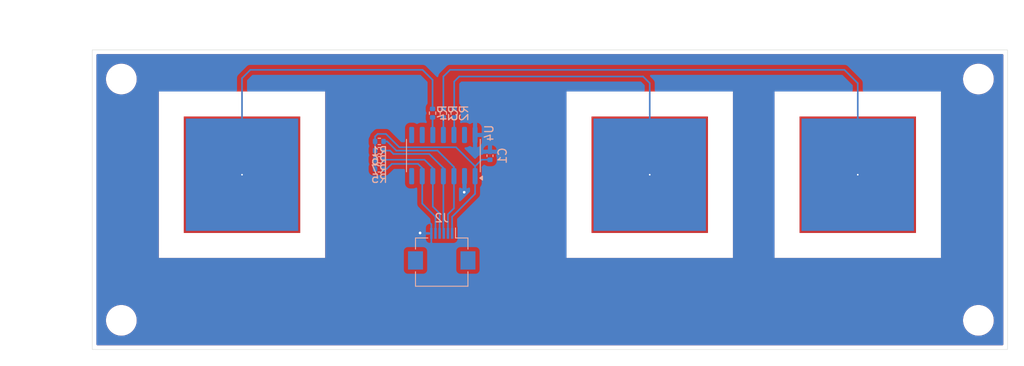
<source format=kicad_pcb>
(kicad_pcb (version 20240108) (generator "pcbnew") (generator_version "8.0")
  (layers (0 "F.Cu" signal) (31 "B.Cu" signal) (34 "B.Paste" user) (35 "F.Paste" user) (36 "B.SilkS" user "B.Silkscreen") (37 "F.SilkS" user "F.Silkscreen") (38 "B.Mask" user) (39 "F.Mask" user) (44 "Edge.Cuts" user))
  (net 0 "")
  (net 1 "GND")
  (net 2 "+3V3")
  (net 3 "/SCL")
  (net 4 "/CHG")
  (net 5 "/SDA")
  (net 6 "/RES")
  (net 7 "Net-(U4-KEY1)")
  (net 8 "Net-(U2-PAD)")
  (net 9 "Net-(U3-PAD)")
  (net 10 "Net-(U4-KEY2)")
  (net 11 "Net-(U1-PAD)")
  (net 12 "Net-(U4-KEY3)")
  (footprint "MountingHole:MountingHole_3.2mm_M3" (layer "F.Cu") (at 103.5 67.5)
    (property "Reference" "H4" (hide yes))
    (property "Value" "MountingHole")
    (pad "" np_thru_hole circle (at 0 0) (size 3.2 3.2) (drill 3.2) (layers "*.Cu" "*.Mask"))
  )
  (footprint "cap_pads:square_20x20mm" (layer "F.Cu") (at 118 79 180)
    (property "Reference" "U1" (hide yes))
    (property "Value" "~")
    (pad "" np_thru_hole circle (at 0 0 180) (size 0.5 0.5) (drill 0.2) (layers "F&B.Cu"))
    (pad "1" smd rect (at 0 0 180) (size 13.5 13.5) (layers "B.Cu") (net 11 "Net-(U1-PAD)"))
    (pad "1" smd rect (at 0 0 180) (size 14 14) (layers "F.Cu" "F.Mask") (net 11 "Net-(U1-PAD)"))
    (zone (net 0) (net_name "") (layers "F&B.Cu") (connect_pads (clearance 0)) (min_thickness 0.25)
      (keepout (tracks allowed) (vias allowed) (pads allowed) (copperpour not_allowed) (footprints allowed))
      (fill (thermal_gap 0.5) (thermal_bridge_width 0.5))
      (polygon (pts (xy 128 89) (xy 128 69) (xy 108 69) (xy 108 89)))
    )
  )
  (footprint "cap_pads:square_20x20mm" (layer "F.Cu") (at 167 79 180)
    (property "Reference" "U2" (hide yes))
    (property "Value" "~")
    (pad "" np_thru_hole circle (at 0 0 180) (size 0.5 0.5) (drill 0.2) (layers "F&B.Cu"))
    (pad "1" smd rect (at 0 0 180) (size 13.5 13.5) (layers "B.Cu") (net 8 "Net-(U2-PAD)"))
    (pad "1" smd rect (at 0 0 180) (size 14 14) (layers "F.Cu" "F.Mask") (net 8 "Net-(U2-PAD)"))
    (zone (net 0) (net_name "") (layers "F&B.Cu") (connect_pads (clearance 0)) (min_thickness 0.25)
      (keepout (tracks allowed) (vias allowed) (pads allowed) (copperpour not_allowed) (footprints allowed))
      (fill (thermal_gap 0.5) (thermal_bridge_width 0.5))
      (polygon (pts (xy 177 89) (xy 177 69) (xy 157 69) (xy 157 89)))
    )
  )
  (footprint "cap_pads:square_20x20mm" (layer "F.Cu") (at 192 79 180)
    (property "Reference" "U3" (hide yes))
    (property "Value" "~")
    (pad "" np_thru_hole circle (at 0 0 180) (size 0.5 0.5) (drill 0.2) (layers "F&B.Cu"))
    (pad "1" smd rect (at 0 0 180) (size 13.5 13.5) (layers "B.Cu") (net 9 "Net-(U3-PAD)"))
    (pad "1" smd rect (at 0 0 180) (size 14 14) (layers "F.Cu" "F.Mask") (net 9 "Net-(U3-PAD)"))
    (zone (net 0) (net_name "") (layers "F&B.Cu") (connect_pads (clearance 0)) (min_thickness 0.25)
      (keepout (tracks allowed) (vias allowed) (pads allowed) (copperpour not_allowed) (footprints allowed))
      (fill (thermal_gap 0.5) (thermal_bridge_width 0.5))
      (polygon (pts (xy 202 89) (xy 202 69) (xy 182 69) (xy 182 89)))
    )
  )
  (footprint "MountingHole:MountingHole_3.2mm_M3" (layer "F.Cu") (at 206.5 67.5)
    (property "Reference" "H1" (hide yes))
    (property "Value" "MountingHole")
    (pad "" np_thru_hole circle (at 0 0) (size 3.2 3.2) (drill 3.2) (layers "*.Cu" "*.Mask"))
  )
  (footprint "MountingHole:MountingHole_3.2mm_M3" (layer "F.Cu") (at 206.5 96.5)
    (property "Reference" "H2" (hide yes))
    (property "Value" "MountingHole")
    (pad "" np_thru_hole circle (at 0 0) (size 3.2 3.2) (drill 3.2) (layers "*.Cu" "*.Mask"))
  )
  (footprint "MountingHole:MountingHole_3.2mm_M3" (layer "F.Cu") (at 103.5 96.5)
    (property "Reference" "H3" (hide yes))
    (property "Value" "MountingHole")
    (pad "" np_thru_hole circle (at 0 0) (size 3.2 3.2) (drill 3.2) (layers "*.Cu" "*.Mask"))
  )
  (footprint "Resistor_SMD:R_0402_1005Metric" (layer "B.Cu") (at 134.5 78.3)
    (property "Reference" "R5" (at 0 1.17 360) (layer "B.SilkS") (effects (justify mirror)))
    (property "Value" "4.7k")
    (fp_line (start 0.153641 -0.38) (end -0.153641 -0.38) (stroke (width 0.12)) (layer "B.SilkS"))
    (fp_line (start 0.153641 0.38) (end -0.153641 0.38) (stroke (width 0.12)) (layer "B.SilkS"))
    (pad "1" smd roundrect (at -0.51 0) (size 0.54 0.64) (layers "B.Cu" "B.Paste" "B.Mask") (net 2 "+3V3"))
    (pad "2" smd roundrect (at 0.51 0) (size 0.54 0.64) (layers "B.Cu" "B.Paste" "B.Mask") (net 3 "/SCL"))
  )
  (footprint "Resistor_SMD:R_0402_1005Metric" (layer "B.Cu") (at 140.9 71.6 90)
    (property "Reference" "R4" (at 0 1.17 90) (layer "B.SilkS") (effects (justify mirror)))
    (property "Value" "10k")
    (fp_line (start 0.153641 -0.38) (end -0.153641 -0.38) (stroke (width 0.12)) (layer "B.SilkS"))
    (fp_line (start 0.153641 0.38) (end -0.153641 0.38) (stroke (width 0.12)) (layer "B.SilkS"))
    (pad "1" smd roundrect (at -0.51 0 90) (size 0.54 0.64) (layers "B.Cu" "B.Paste" "B.Mask") (net 12 "Net-(U4-KEY3)"))
    (pad "2" smd roundrect (at 0.51 0 90) (size 0.54 0.64) (layers "B.Cu" "B.Paste" "B.Mask") (net 11 "Net-(U1-PAD)"))
  )
  (footprint "Package_SO:SOIC-14_3.9x8.7mm_P1.27mm" (layer "B.Cu") (at 142.2 76.7 90)
    (property "Reference" "U4" (at 2.7 5.5 90) (layer "B.SilkS") (effects (justify mirror)))
    (property "Value" "AT42QT1070-S")
    (fp_line (start 1.95 -4.435) (end 0 -4.435) (stroke (width 0.12)) (layer "B.SilkS"))
    (fp_line (start -1.95 -4.435) (end 0 -4.435) (stroke (width 0.12)) (layer "B.SilkS"))
    (fp_line (start 1.95 4.435) (end 0 4.435) (stroke (width 0.12)) (layer "B.SilkS"))
    (fp_line (start -1.95 4.435) (end 0 4.435) (stroke (width 0.12)) (layer "B.SilkS"))
    (fp_poly (pts (xy -2.7 4.37) (xy -2.94 4.7) (xy -2.46 4.7) (xy -2.7 4.37)) (stroke (width 0.12)) (fill solid) (layer "B.SilkS"))
    (pad "1" smd roundrect (at -2.475 3.81 90) (size 1.95 0.6) (layers "B.Cu" "B.Paste" "B.Mask") (net 2 "+3V3"))
    (pad "2" smd roundrect (at -2.475 2.54 90) (size 1.95 0.6) (layers "B.Cu" "B.Paste" "B.Mask") (net 1 "GND"))
    (pad "3" smd roundrect (at -2.475 1.27 90) (size 1.95 0.6) (layers "B.Cu" "B.Paste" "B.Mask") (net 5 "/SDA"))
    (pad "4" smd roundrect (at -2.475 0 90) (size 1.95 0.6) (layers "B.Cu" "B.Paste" "B.Mask") (net 6 "/RES"))
    (pad "5" smd roundrect (at -2.475 -1.27 90) (size 1.95 0.6) (layers "B.Cu" "B.Paste" "B.Mask") (net 4 "/CHG"))
    (pad "6" smd roundrect (at -2.475 -2.54 90) (size 1.95 0.6) (layers "B.Cu" "B.Paste" "B.Mask") (net 3 "/SCL"))
    (pad "7" smd roundrect (at -2.475 -3.81 90) (size 1.95 0.6) (layers "B.Cu" "B.Paste" "B.Mask"))
    (pad "8" smd roundrect (at 2.475 -3.81 90) (size 1.95 0.6) (layers "B.Cu" "B.Paste" "B.Mask"))
    (pad "9" smd roundrect (at 2.475 -2.54 90) (size 1.95 0.6) (layers "B.Cu" "B.Paste" "B.Mask"))
    (pad "10" smd roundrect (at 2.475 -1.27 90) (size 1.95 0.6) (layers "B.Cu" "B.Paste" "B.Mask") (net 12 "Net-(U4-KEY3)"))
    (pad "11" smd roundrect (at 2.475 0 90) (size 1.95 0.6) (layers "B.Cu" "B.Paste" "B.Mask") (net 10 "Net-(U4-KEY2)"))
    (pad "12" smd roundrect (at 2.475 1.27 90) (size 1.95 0.6) (layers "B.Cu" "B.Paste" "B.Mask") (net 7 "Net-(U4-KEY1)"))
    (pad "13" smd roundrect (at 2.475 2.54 90) (size 1.95 0.6) (layers "B.Cu" "B.Paste" "B.Mask"))
    (pad "14" smd roundrect (at 2.475 3.81 90) (size 1.95 0.6) (layers "B.Cu" "B.Paste" "B.Mask") (net 1 "GND"))
  )
  (footprint "Resistor_SMD:R_0402_1005Metric" (layer "B.Cu") (at 142.2 71.6 90)
    (property "Reference" "R3" (at 0 1.17 90) (layer "B.SilkS") (effects (justify mirror)))
    (property "Value" "10k")
    (fp_line (start 0.153641 -0.38) (end -0.153641 -0.38) (stroke (width 0.12)) (layer "B.SilkS"))
    (fp_line (start 0.153641 0.38) (end -0.153641 0.38) (stroke (width 0.12)) (layer "B.SilkS"))
    (pad "1" smd roundrect (at -0.51 0 90) (size 0.54 0.64) (layers "B.Cu" "B.Paste" "B.Mask") (net 10 "Net-(U4-KEY2)"))
    (pad "2" smd roundrect (at 0.51 0 90) (size 0.54 0.64) (layers "B.Cu" "B.Paste" "B.Mask") (net 9 "Net-(U3-PAD)"))
  )
  (footprint "Resistor_SMD:R_0402_1005Metric" (layer "B.Cu") (at 134.5 76.1)
    (property "Reference" "R6" (at 0 1.17 360) (layer "B.SilkS") (effects (justify mirror)))
    (property "Value" "10k")
    (fp_line (start 0.153641 -0.38) (end -0.153641 -0.38) (stroke (width 0.12)) (layer "B.SilkS"))
    (fp_line (start 0.153641 0.38) (end -0.153641 0.38) (stroke (width 0.12)) (layer "B.SilkS"))
    (pad "1" smd roundrect (at -0.51 0) (size 0.54 0.64) (layers "B.Cu" "B.Paste" "B.Mask") (net 2 "+3V3"))
    (pad "2" smd roundrect (at 0.51 0) (size 0.54 0.64) (layers "B.Cu" "B.Paste" "B.Mask") (net 6 "/RES"))
  )
  (footprint "Capacitor_SMD:C_0402_1005Metric" (layer "B.Cu") (at 147.8 76.72 90)
    (property "Reference" "C1" (at 0 1.5 90) (layer "B.SilkS") (effects (justify mirror)))
    (property "Value" "0.1u")
    (fp_line (start 0.107836 -0.36) (end -0.107836 -0.36) (stroke (width 0.12)) (layer "B.SilkS"))
    (fp_line (start 0.107836 0.36) (end -0.107836 0.36) (stroke (width 0.12)) (layer "B.SilkS"))
    (pad "1" smd roundrect (at -0.48 0 90) (size 0.56 0.62) (layers "B.Cu" "B.Paste" "B.Mask") (net 2 "+3V3"))
    (pad "2" smd roundrect (at 0.48 0 90) (size 0.56 0.62) (layers "B.Cu" "B.Paste" "B.Mask") (net 1 "GND"))
  )
  (footprint "Connector_FFC-FPC:Hirose_FH12-6S-0.5SH_1x06-1MP_P0.50mm_Horizontal" (layer "B.Cu") (at 142 87.9 180)
    (property "Reference" "J2" (at 0 3.7 0) (layer "B.SilkS") (effects (justify mirror)))
    (property "Value" "Conn_01x06_Pin")
    (fp_line (start 3.15 1.3) (end 1.66 1.3) (stroke (width 0.12)) (layer "B.SilkS"))
    (fp_line (start 3.15 -0.04) (end 3.15 1.3) (stroke (width 0.12)) (layer "B.SilkS"))
    (fp_line (start 3.15 -2.76) (end 3.15 -4.5) (stroke (width 0.12)) (layer "B.SilkS"))
    (fp_line (start 3.15 -4.5) (end -3.15 -4.5) (stroke (width 0.12)) (layer "B.SilkS"))
    (fp_line (start -1.66 2.5) (end -1.66 1.3) (stroke (width 0.12)) (layer "B.SilkS"))
    (fp_line (start -3.15 1.3) (end -1.66 1.3) (stroke (width 0.12)) (layer "B.SilkS"))
    (fp_line (start -3.15 -0.04) (end -3.15 1.3) (stroke (width 0.12)) (layer "B.SilkS"))
    (fp_line (start -3.15 -4.5) (end -3.15 -2.76) (stroke (width 0.12)) (layer "B.SilkS"))
    (pad "1" smd rect (at -1.25 1.85 180) (size 0.3 1.3) (layers "B.Cu" "B.Paste" "B.Mask") (net 2 "+3V3"))
    (pad "2" smd rect (at -0.75 1.85 180) (size 0.3 1.3) (layers "B.Cu" "B.Paste" "B.Mask") (net 5 "/SDA"))
    (pad "3" smd rect (at -0.25 1.85 180) (size 0.3 1.3) (layers "B.Cu" "B.Paste" "B.Mask") (net 6 "/RES"))
    (pad "4" smd rect (at 0.25 1.85 180) (size 0.3 1.3) (layers "B.Cu" "B.Paste" "B.Mask") (net 4 "/CHG"))
    (pad "5" smd rect (at 0.75 1.85 180) (size 0.3 1.3) (layers "B.Cu" "B.Paste" "B.Mask") (net 3 "/SCL"))
    (pad "6" smd rect (at 1.25 1.85 180) (size 0.3 1.3) (layers "B.Cu" "B.Paste" "B.Mask") (net 1 "GND"))
    (pad "MP" smd rect (at -3.15 -1.4 180) (size 1.8 2.2) (layers "B.Cu" "B.Paste" "B.Mask"))
    (pad "MP" smd rect (at 3.15 -1.4 180) (size 1.8 2.2) (layers "B.Cu" "B.Paste" "B.Mask"))
  )
  (footprint "Resistor_SMD:R_0402_1005Metric" (layer "B.Cu") (at 134.5 75)
    (property "Reference" "R1" (at 0 1.17 360) (layer "B.SilkS") (effects (justify mirror)))
    (property "Value" "4.7k")
    (fp_line (start 0.153641 -0.38) (end -0.153641 -0.38) (stroke (width 0.12)) (layer "B.SilkS"))
    (fp_line (start 0.153641 0.38) (end -0.153641 0.38) (stroke (width 0.12)) (layer "B.SilkS"))
    (pad "1" smd roundrect (at -0.51 0) (size 0.54 0.64) (layers "B.Cu" "B.Paste" "B.Mask") (net 2 "+3V3"))
    (pad "2" smd roundrect (at 0.51 0) (size 0.54 0.64) (layers "B.Cu" "B.Paste" "B.Mask") (net 5 "/SDA"))
  )
  (footprint "Resistor_SMD:R_0402_1005Metric" (layer "B.Cu") (at 134.5 77.2)
    (property "Reference" "R7" (at 0 1.17 360) (layer "B.SilkS") (effects (justify mirror)))
    (property "Value" "10k")
    (fp_line (start 0.153641 -0.38) (end -0.153641 -0.38) (stroke (width 0.12)) (layer "B.SilkS"))
    (fp_line (start 0.153641 0.38) (end -0.153641 0.38) (stroke (width 0.12)) (layer "B.SilkS"))
    (pad "1" smd roundrect (at -0.51 0) (size 0.54 0.64) (layers "B.Cu" "B.Paste" "B.Mask") (net 2 "+3V3"))
    (pad "2" smd roundrect (at 0.51 0) (size 0.54 0.64) (layers "B.Cu" "B.Paste" "B.Mask") (net 4 "/CHG"))
  )
  (footprint "Resistor_SMD:R_0402_1005Metric" (layer "B.Cu") (at 143.5 71.6 90)
    (property "Reference" "R2" (at 0 1.17 90) (layer "B.SilkS") (effects (justify mirror)))
    (property "Value" "10k")
    (fp_line (start 0.153641 -0.38) (end -0.153641 -0.38) (stroke (width 0.12)) (layer "B.SilkS"))
    (fp_line (start 0.153641 0.38) (end -0.153641 0.38) (stroke (width 0.12)) (layer "B.SilkS"))
    (pad "1" smd roundrect (at -0.51 0 90) (size 0.54 0.64) (layers "B.Cu" "B.Paste" "B.Mask") (net 7 "Net-(U4-KEY1)"))
    (pad "2" smd roundrect (at 0.51 0 90) (size 0.54 0.64) (layers "B.Cu" "B.Paste" "B.Mask") (net 8 "Net-(U2-PAD)"))
  )
  (gr_rect (start 100 64) (end 210 100) (stroke (width 0.05)) (fill none) (layer "Edge.Cuts"))
  (via (at 139.4 86) (size 0.6) (drill 0.3) (layers "F.Cu" "B.Cu") (net 1))
  (via (at 144.7 81.1) (size 0.6) (drill 0.3) (layers "F.Cu" "B.Cu") (net 1))
  (via (at 144.7 81.1) (size 0.6) (drill 0.3) (layers "F.Cu" "B.Cu") (net 1))
  (via (at 139.4 86) (size 0.6) (drill 0.3) (layers "F.Cu" "B.Cu") (net 1))
  (segment (start 140.75 87.55) (end 140.7 87.6) (width 0.2) (layer "B.Cu") (net 1))
  (segment (start 140.75 86.05) (end 140.75 87.55) (width 0.2) (layer "B.Cu") (net 1))
  (segment (start 140.75 86.05) (end 139.95 86.05) (width 0.2) (layer "B.Cu") (net 1))
  (segment (start 139.95 86.05) (end 139.9 86.1) (width 0.2) (layer "B.Cu") (net 1))
  (segment (start 140.75 86.05) (end 140.75 84.95) (width 0.2) (layer "B.Cu") (net 1))
  (segment (start 140.75 84.95) (end 140.3 84.5) (width 0.2) (layer "B.Cu") (net 1))
  (segment (start 133.99 76.1) (end 133.99 77.2) (width 0.2) (layer "B.Cu") (net 2))
  (segment (start 146.01 79.175) (end 146.01 77.99) (width 0.2) (layer "B.Cu") (net 2))
  (segment (start 135.3 74.1) (end 136.9 75.7) (width 0.2) (layer "B.Cu") (net 2))
  (segment (start 146.01 77.99) (end 146.8 77.2) (width 0.2) (layer "B.Cu") (net 2))
  (segment (start 147.8 77.385) (end 147.8 77.2) (width 0.2) (layer "B.Cu") (net 2))
  (segment (start 134.3 74.1) (end 135.3 74.1) (width 0.2) (layer "B.Cu") (net 2))
  (segment (start 146.8 77.2) (end 147.8 77.2) (width 0.2) (layer "B.Cu") (net 2))
  (segment (start 143.25 86.05) (end 143.25 84.05) (width 0.2) (layer "B.Cu") (net 2))
  (segment (start 133.99 75) (end 133.99 76.1) (width 0.2) (layer "B.Cu") (net 2))
  (segment (start 133.99 74.41) (end 134.3 74.1) (width 0.2) (layer "B.Cu") (net 2))
  (segment (start 133.99 75) (end 133.99 74.41) (width 0.2) (layer "B.Cu") (net 2))
  (segment (start 146.01 81.29) (end 146.01 79.175) (width 0.2) (layer "B.Cu") (net 2))
  (segment (start 133.99 77.2) (end 133.99 78.3) (width 0.2) (layer "B.Cu") (net 2))
  (segment (start 143.72 75.7) (end 146.01 77.99) (width 0.2) (layer "B.Cu") (net 2))
  (segment (start 136.9 75.7) (end 143.72 75.7) (width 0.2) (layer "B.Cu") (net 2))
  (segment (start 143.25 84.05) (end 146.01 81.29) (width 0.2) (layer "B.Cu") (net 2))
  (segment (start 139.66 79.175) (end 139.66 81.7) (width 0.2) (layer "B.Cu") (net 3))
  (segment (start 139.66 78.200001) (end 139.159999 77.7) (width 0.2) (layer "B.Cu") (net 3))
  (segment (start 141.25 84.05) (end 141.25 86.05) (width 0.2) (layer "B.Cu") (net 3))
  (segment (start 136 77.7) (end 135.4 78.3) (width 0.2) (layer "B.Cu") (net 3))
  (segment (start 139.66 81.7) (end 139.66 82.46) (width 0.2) (layer "B.Cu") (net 3))
  (segment (start 135.4 78.3) (end 135.01 78.3) (width 0.2) (layer "B.Cu") (net 3))
  (segment (start 139.66 79.175) (end 139.66 78.200001) (width 0.2) (layer "B.Cu") (net 3))
  (segment (start 139.159999 77.7) (end 136 77.7) (width 0.2) (layer "B.Cu") (net 3))
  (segment (start 139.66 82.46) (end 141.25 84.05) (width 0.2) (layer "B.Cu") (net 3))
  (segment (start 140.93 78.200001) (end 139.929999 77.2) (width 0.2) (layer "B.Cu") (net 4))
  (segment (start 141.75 83.65) (end 141.75 86.05) (width 0.2) (layer "B.Cu") (net 4))
  (segment (start 140.93 79.175) (end 140.93 78.200001) (width 0.2) (layer "B.Cu") (net 4))
  (segment (start 139.929999 77.2) (end 135.01 77.2) (width 0.2) (layer "B.Cu") (net 4))
  (segment (start 140.93 82.83) (end 141.75 83.65) (width 0.2) (layer "B.Cu") (net 4))
  (segment (start 140.93 79.175) (end 140.93 82.83) (width 0.2) (layer "B.Cu") (net 4))
  (segment (start 143.47 79.175) (end 143.47 83.03) (width 0.2) (layer "B.Cu") (net 5))
  (segment (start 141.5 76.1) (end 143.47 78.07) (width 0.2) (layer "B.Cu") (net 5))
  (segment (start 136.55 76.1) (end 141.5 76.1) (width 0.2) (layer "B.Cu") (net 5))
  (segment (start 135.45 75) (end 136.55 76.1) (width 0.2) (layer "B.Cu") (net 5))
  (segment (start 143.47 83.03) (end 142.75 83.75) (width 0.2) (layer "B.Cu") (net 5))
  (segment (start 142.75 83.75) (end 142.75 86.05) (width 0.2) (layer "B.Cu") (net 5))
  (segment (start 135.4 75) (end 135.01 75) (width 0.2) (layer "B.Cu") (net 5))
  (segment (start 143.47 78.07) (end 143.47 79.175) (width 0.2) (layer "B.Cu") (net 5))
  (segment (start 142.2 86) (end 142.25 86.05) (width 0.2) (layer "B.Cu") (net 6))
  (segment (start 136.2 76.5) (end 140.499999 76.5) (width 0.2) (layer "B.Cu") (net 6))
  (segment (start 140.499999 76.5) (end 142.2 78.200001) (width 0.2) (layer "B.Cu") (net 6))
  (segment (start 135.01 76.1) (end 135.8 76.1) (width 0.2) (layer "B.Cu") (net 6))
  (segment (start 142.2 79.175) (end 142.2 86) (width 0.2) (layer "B.Cu") (net 6))
  (segment (start 135.8 76.1) (end 136.2 76.5) (width 0.2) (layer "B.Cu") (net 6))
  (segment (start 142.2 78.200001) (end 142.2 79.175) (width 0.2) (layer "B.Cu") (net 6))
  (segment (start 143.5 72.11) (end 143.5 74.195) (width 0.2) (layer "B.Cu") (net 7))
  (segment (start 143.5 74.195) (end 143.47 74.225) (width 0.2) (layer "B.Cu") (net 7))
  (segment (start 144.1 67.2) (end 166.2 67.2) (width 0.2) (layer "B.Cu") (net 8))
  (segment (start 143.5 71.09) (end 143.5 67.8) (width 0.2) (layer "B.Cu") (net 8))
  (segment (start 167 68) (end 167 78.45) (width 0.2) (layer "B.Cu") (net 8))
  (segment (start 143.5 67.8) (end 144.1 67.2) (width 0.2) (layer "B.Cu") (net 8))
  (segment (start 166.2 67.2) (end 167 68) (width 0.2) (layer "B.Cu") (net 8))
  (segment (start 142.2 71.09) (end 142.2 67.2) (width 0.2) (layer "B.Cu") (net 9))
  (segment (start 143 66.4) (end 190.4 66.4) (width 0.2) (layer "B.Cu") (net 9))
  (segment (start 142.2 67.2) (end 143 66.4) (width 0.2) (layer "B.Cu") (net 9))
  (segment (start 190.4 66.4) (end 192 68) (width 0.2) (layer "B.Cu") (net 9))
  (segment (start 192 68) (end 192 78.45) (width 0.2) (layer "B.Cu") (net 9))
  (segment (start 142.2 72.11) (end 142.2 74.225) (width 0.2) (layer "B.Cu") (net 10))
  (segment (start 119 66.4) (end 118 67.4) (width 0.2) (layer "B.Cu") (net 11))
  (segment (start 118 67.4) (end 118 78.45) (width 0.2) (layer "B.Cu") (net 11))
  (segment (start 140.9 71.09) (end 140.9 67.6) (width 0.2) (layer "B.Cu") (net 11))
  (segment (start 139.7 66.4) (end 119 66.4) (width 0.2) (layer "B.Cu") (net 11))
  (segment (start 140.9 67.6) (end 139.7 66.4) (width 0.2) (layer "B.Cu") (net 11))
  (segment (start 140.9 74.195) (end 140.93 74.225) (width 0.2) (layer "B.Cu") (net 12))
  (segment (start 140.9 72.11) (end 140.9 74.195) (width 0.2) (layer "B.Cu") (net 12))
  (zone (net 1) (net_name "GND") (layer "F.Cu") (connect_pads (clearance 0.5)) (min_thickness 0.25) (fill yes (thermal_gap 0.5) (thermal_bridge_width 0.5))
    (polygon (pts (xy 99 63) (xy 99 101) (xy 211 101) (xy 211 63)))
  )
  (zone (net 1) (net_name "GND") (layer "B.Cu") (priority 1) (connect_pads (clearance 0.5)) (min_thickness 0.25) (fill yes (thermal_gap 0.5) (thermal_bridge_width 0.5))
    (polygon (pts (xy 98 62) (xy 98 102) (xy 212 102) (xy 212 62)))
  )
)
</source>
